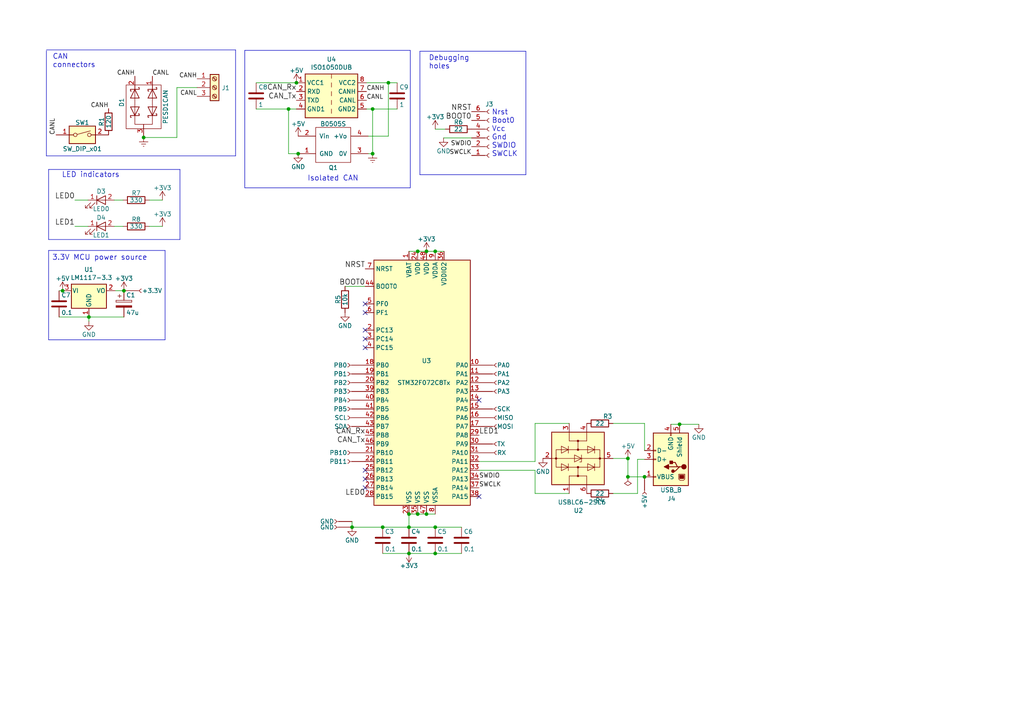
<source format=kicad_sch>
(kicad_sch (version 20250114) (generator "eeschema") (generator_version "9.0")
  (paper "A4")
  (title_block (title "STM32F0x2 based USB<>CAN converter (isolated)") (company "SAO RAS"))
  (lib_symbols
    (symbol "Connector:Conn_01x01_Female" (pin_numbers (hide yes)) (pin_names (offset 1.016) (hide yes))
      (property "Reference" "J" (at 0 2.54 0))
      (property "Value" "Conn_01x01_Female" (at 0 -2.54 0))
      (symbol "Conn_01x01_Female_1_1"
        (polyline (pts (xy -1.27 0) (xy -0.508 0)) (stroke (width 0.1524)))
        (arc (start 0 -0.508) (mid -0.5058 0) (end 0 0.508) (stroke (width 0.1524)))
        (pin passive line (at -5.08 0 0) (length 3.81) (name "Pin_1") (number "1"))
      )
    )
    (symbol "Connector:Conn_01x06_Female" (pin_names (offset 1.016) (hide yes))
      (property "Reference" "J" (at 0 7.62 0))
      (property "Value" "Conn_01x06_Female" (at 0 -10.16 0))
      (symbol "Conn_01x06_Female_1_1"
        (polyline (pts (xy -1.27 5.08) (xy -0.508 5.08)) (stroke (width 0.1524)))
        (polyline (pts (xy -1.27 2.54) (xy -0.508 2.54)) (stroke (width 0.1524)))
        (polyline (pts (xy -1.27 0) (xy -0.508 0)) (stroke (width 0.1524)))
        (polyline (pts (xy -1.27 -2.54) (xy -0.508 -2.54)) (stroke (width 0.1524)))
        (polyline (pts (xy -1.27 -5.08) (xy -0.508 -5.08)) (stroke (width 0.1524)))
        (polyline (pts (xy -1.27 -7.62) (xy -0.508 -7.62)) (stroke (width 0.1524)))
        (arc (start 0 4.572) (mid -0.5058 5.08) (end 0 5.588) (stroke (width 0.1524)))
        (arc (start 0 2.032) (mid -0.5058 2.54) (end 0 3.048) (stroke (width 0.1524)))
        (arc (start 0 -0.508) (mid -0.5058 0) (end 0 0.508) (stroke (width 0.1524)))
        (arc (start 0 -3.048) (mid -0.5058 -2.54) (end 0 -2.032) (stroke (width 0.1524)))
        (arc (start 0 -5.588) (mid -0.5058 -5.08) (end 0 -4.572) (stroke (width 0.1524)))
        (arc (start 0 -8.128) (mid -0.5058 -7.62) (end 0 -7.112) (stroke (width 0.1524)))
        (pin passive line (at -5.08 5.08 0) (length 3.81) (name "Pin_1") (number "1"))
        (pin passive line (at -5.08 2.54 0) (length 3.81) (name "Pin_2") (number "2"))
        (pin passive line (at -5.08 0 0) (length 3.81) (name "Pin_3") (number "3"))
        (pin passive line (at -5.08 -2.54 0) (length 3.81) (name "Pin_4") (number "4"))
        (pin passive line (at -5.08 -5.08 0) (length 3.81) (name "Pin_5") (number "5"))
        (pin passive line (at -5.08 -7.62 0) (length 3.81) (name "Pin_6") (number "6"))
      )
    )
    (symbol "Connector:Screw_Terminal_01x03" (pin_names (offset 1.016) (hide yes))
      (property "Reference" "J" (at 0 5.08 0))
      (property "Value" "Screw_Terminal_01x03" (at 0 -5.08 0))
      (symbol "Screw_Terminal_01x03_1_1"
        (rectangle (start -1.27 3.81) (end 1.27 -3.81) (stroke (width 0.254)) (fill (type background)))
        (polyline (pts (xy -0.5334 2.8702) (xy 0.3302 2.032)) (stroke (width 0.1524)))
        (polyline (pts (xy -0.5334 0.3302) (xy 0.3302 -0.508)) (stroke (width 0.1524)))
        (polyline (pts (xy -0.5334 -2.2098) (xy 0.3302 -3.048)) (stroke (width 0.1524)))
        (polyline (pts (xy -0.3556 3.048) (xy 0.508 2.2098)) (stroke (width 0.1524)))
        (polyline (pts (xy -0.3556 0.508) (xy 0.508 -0.3302)) (stroke (width 0.1524)))
        (polyline (pts (xy -0.3556 -2.032) (xy 0.508 -2.8702)) (stroke (width 0.1524)))
        (circle (center 0 2.54) (radius 0.635) (stroke (width 0.1524)))
        (circle (center 0 0) (radius 0.635) (stroke (width 0.1524)))
        (circle (center 0 -2.54) (radius 0.635) (stroke (width 0.1524)))
        (pin passive line (at -5.08 2.54 0) (length 3.81) (name "Pin_1") (number "1"))
        (pin passive line (at -5.08 0 0) (length 3.81) (name "Pin_2") (number "2"))
        (pin passive line (at -5.08 -2.54 0) (length 3.81) (name "Pin_3") (number "3"))
      )
    )
    (symbol "Connector:USB_B" (pin_names (offset 1.016))
      (property "Reference" "J" (at -5.08 11.43 0))
      (property "Value" "USB_B" (at -5.08 8.89 0))
      (symbol "USB_B_0_1"
        (rectangle (start -5.08 -7.62) (end 5.08 7.62) (stroke (width 0.254)) (fill (type background)))
        (polyline (pts (xy -4.064 4.318) (xy -2.286 4.318) (xy -2.286 5.715) (xy -2.667 6.096) (xy -3.683 6.096) (xy -4.064 5.715) (xy -4.064 4.318)))
        (rectangle (start -3.81 5.588) (end -2.54 4.572) (fill (type outline)))
        (circle (center -3.81 2.159) (radius 0.635) (stroke (width 0.254)) (fill (type outline)))
        (polyline (pts (xy -3.175 2.159) (xy -2.54 2.159) (xy -1.27 3.429) (xy -0.635 3.429)) (stroke (width 0.254)))
        (polyline (pts (xy -2.54 2.159) (xy -1.905 2.159) (xy -1.27 0.889) (xy 0 0.889)) (stroke (width 0.254)))
        (polyline (pts (xy -1.905 2.159) (xy 0.635 2.159)) (stroke (width 0.254)))
        (circle (center -0.635 3.429) (radius 0.381) (stroke (width 0.254)) (fill (type outline)))
        (rectangle (start -0.127 -7.62) (end 0.127 -6.858))
        (rectangle (start 0.254 1.27) (end -0.508 0.508) (stroke (width 0.254)) (fill (type outline)))
        (polyline (pts (xy 0.635 2.794) (xy 0.635 1.524) (xy 1.905 2.159) (xy 0.635 2.794)) (stroke (width 0.254)) (fill (type outline)))
        (rectangle (start 5.08 4.953) (end 4.318 5.207))
        (rectangle (start 5.08 -0.127) (end 4.318 0.127))
        (rectangle (start 5.08 -2.667) (end 4.318 -2.413))
      )
      (symbol "USB_B_1_1"
        (pin passive line (at -2.54 -10.16 90) (length 2.54) (name "Shield") (number "5"))
        (pin power_out line (at 0 -10.16 90) (length 2.54) (name "GND") (number "4"))
        (pin power_out line (at 7.62 5.08 180) (length 2.54) (name "VBUS") (number "1"))
        (pin bidirectional line (at 7.62 0 180) (length 2.54) (name "D+") (number "3"))
        (pin bidirectional line (at 7.62 -2.54 180) (length 2.54) (name "D-") (number "2"))
      )
    )
    (symbol "Interface_CAN_LIN:ISO1050DUB"
      (property "Reference" "U" (at -6.35 6.35 0))
      (property "Value" "ISO1050DUB" (at 2.54 6.35 0))
      (symbol "ISO1050DUB_0_1"
        (rectangle (start -7.62 5.08) (end 7.62 -7.62) (stroke (width 0.254)) (fill (type background)))
        (polyline (pts (xy 0 5.08) (xy 0 3.81)))
        (polyline (pts (xy 0 2.54) (xy 0 1.27)))
        (polyline (pts (xy 0 0) (xy 0 -1.27)))
        (polyline (pts (xy 0 -2.54) (xy 0 -3.81)))
        (polyline (pts (xy 0 -5.08) (xy 0 -6.35)))
      )
      (symbol "ISO1050DUB_1_1"
        (pin power_in line (at -10.16 2.54 0) (length 2.54) (name "VCC1") (number "1"))
        (pin output line (at -10.16 0 0) (length 2.54) (name "RXD") (number "2"))
        (pin input line (at -10.16 -2.54 0) (length 2.54) (name "TXD") (number "3"))
        (pin power_in line (at -10.16 -5.08 0) (length 2.54) (name "GND1") (number "4"))
        (pin power_in line (at 10.16 2.54 180) (length 2.54) (name "VCC2") (number "8"))
        (pin bidirectional line (at 10.16 0 180) (length 2.54) (name "CANH") (number "7"))
        (pin bidirectional line (at 10.16 -2.54 180) (length 2.54) (name "CANL") (number "6"))
        (pin power_in line (at 10.16 -5.08 180) (length 2.54) (name "GND2") (number "5"))
      )
    )
    (symbol "MCU_ST_STM32F0:STM32F072C8Tx"
      (property "Reference" "U" (at -15.24 36.83 0))
      (property "Value" "STM32F072C8Tx" (at 7.62 36.83 0))
      (symbol "STM32F072C8Tx_0_1"
        (rectangle (start -15.24 -35.56) (end 12.7 35.56) (stroke (width 0.254)) (fill (type background)))
      )
      (symbol "STM32F072C8Tx_1_1"
        (pin input line (at -17.78 33.02 0) (length 2.54) (name "NRST") (number "7"))
        (pin input line (at -17.78 27.94 0) (length 2.54) (name "BOOT0") (number "44"))
        (pin input line (at -17.78 22.86 0) (length 2.54) (name "PF0") (number "5"))
        (pin input line (at -17.78 20.32 0) (length 2.54) (name "PF1") (number "6"))
        (pin bidirectional line (at -17.78 15.24 0) (length 2.54) (name "PC13") (number "2"))
        (pin bidirectional line (at -17.78 12.7 0) (length 2.54) (name "PC14") (number "3"))
        (pin bidirectional line (at -17.78 10.16 0) (length 2.54) (name "PC15") (number "4"))
        (pin bidirectional line (at -17.78 5.08 0) (length 2.54) (name "PB0") (number "18"))
        (pin bidirectional line (at -17.78 2.54 0) (length 2.54) (name "PB1") (number "19"))
        (pin bidirectional line (at -17.78 0 0) (length 2.54) (name "PB2") (number "20"))
        (pin bidirectional line (at -17.78 -2.54 0) (length 2.54) (name "PB3") (number "39"))
        (pin bidirectional line (at -17.78 -5.08 0) (length 2.54) (name "PB4") (number "40"))
        (pin bidirectional line (at -17.78 -7.62 0) (length 2.54) (name "PB5") (number "41"))
        (pin bidirectional line (at -17.78 -10.16 0) (length 2.54) (name "PB6") (number "42"))
        (pin bidirectional line (at -17.78 -12.7 0) (length 2.54) (name "PB7") (number "43"))
        (pin bidirectional line (at -17.78 -15.24 0) (length 2.54) (name "PB8") (number "45"))
        (pin bidirectional line (at -17.78 -17.78 0) (length 2.54) (name "PB9") (number "46"))
        (pin bidirectional line (at -17.78 -20.32 0) (length 2.54) (name "PB10") (number "21"))
        (pin bidirectional line (at -17.78 -22.86 0) (length 2.54) (name "PB11") (number "22"))
        (pin bidirectional line (at -17.78 -25.4 0) (length 2.54) (name "PB12") (number "25"))
        (pin bidirectional line (at -17.78 -27.94 0) (length 2.54) (name "PB13") (number "26"))
        (pin bidirectional line (at -17.78 -30.48 0) (length 2.54) (name "PB14") (number "27"))
        (pin bidirectional line (at -17.78 -33.02 0) (length 2.54) (name "PB15") (number "28"))
        (pin power_in line (at -5.08 38.1 270) (length 2.54) (name "VBAT") (number "1"))
        (pin power_in line (at -5.08 -38.1 90) (length 2.54) (name "VSS") (number "23"))
        (pin power_in line (at -2.54 38.1 270) (length 2.54) (name "VDD") (number "24"))
        (pin power_in line (at -2.54 -38.1 90) (length 2.54) (name "VSS") (number "35"))
        (pin power_in line (at 0 38.1 270) (length 2.54) (name "VDD") (number "48"))
        (pin power_in line (at 0 -38.1 90) (length 2.54) (name "VSS") (number "47"))
        (pin power_in line (at 2.54 38.1 270) (length 2.54) (name "VDDA") (number "9"))
        (pin power_in line (at 2.54 -38.1 90) (length 2.54) (name "VSSA") (number "8"))
        (pin power_in line (at 5.08 38.1 270) (length 2.54) (name "VDDIO2") (number "36"))
        (pin bidirectional line (at 15.24 5.08 180) (length 2.54) (name "PA0") (number "10"))
        (pin bidirectional line (at 15.24 2.54 180) (length 2.54) (name "PA1") (number "11"))
        (pin bidirectional line (at 15.24 0 180) (length 2.54) (name "PA2") (number "12"))
        (pin bidirectional line (at 15.24 -2.54 180) (length 2.54) (name "PA3") (number "13"))
        (pin bidirectional line (at 15.24 -5.08 180) (length 2.54) (name "PA4") (number "14"))
        (pin bidirectional line (at 15.24 -7.62 180) (length 2.54) (name "PA5") (number "15"))
        (pin bidirectional line (at 15.24 -10.16 180) (length 2.54) (name "PA6") (number "16"))
        (pin bidirectional line (at 15.24 -12.7 180) (length 2.54) (name "PA7") (number "17"))
        (pin bidirectional line (at 15.24 -15.24 180) (length 2.54) (name "PA8") (number "29"))
        (pin bidirectional line (at 15.24 -17.78 180) (length 2.54) (name "PA9") (number "30"))
        (pin bidirectional line (at 15.24 -20.32 180) (length 2.54) (name "PA10") (number "31"))
        (pin bidirectional line (at 15.24 -22.86 180) (length 2.54) (name "PA11") (number "32"))
        (pin bidirectional line (at 15.24 -25.4 180) (length 2.54) (name "PA12") (number "33"))
        (pin bidirectional line (at 15.24 -27.94 180) (length 2.54) (name "PA13") (number "34"))
        (pin bidirectional line (at 15.24 -30.48 180) (length 2.54) (name "PA14") (number "37"))
        (pin bidirectional line (at 15.24 -33.02 180) (length 2.54) (name "PA15") (number "38"))
      )
    )
    (symbol "Power_Protection:USBLC6-2SC6" (pin_names (hide yes))
      (property "Reference" "U" (at 2.54 8.89 0))
      (property "Value" "USBLC6-2SC6" (at 2.54 -8.89 0))
      (symbol "USBLC6-2SC6_0_1"
        (rectangle (start -7.62 -7.62) (end 7.62 7.62) (stroke (width 0.254)) (fill (type background)))
        (polyline (pts (xy -5.08 2.54) (xy -7.62 2.54)))
        (circle (center -5.08 0) (radius 0.254) (fill (type outline)))
        (polyline (pts (xy -5.08 0) (xy -5.08 -2.54)))
        (polyline (pts (xy -5.08 -2.54) (xy -7.62 -2.54)))
        (polyline (pts (xy -3.556 2.794) (xy -1.524 2.794) (xy -2.54 4.826) (xy -3.556 2.794)))
        (polyline (pts (xy -3.556 -4.826) (xy -1.524 -4.826) (xy -2.54 -2.794) (xy -3.556 -4.826)))
        (rectangle (start -2.54 6.35) (end 2.54 -6.35))
        (circle (center -2.54 0) (radius 0.254) (fill (type outline)))
        (polyline (pts (xy -2.54 0) (xy -5.08 0) (xy -5.08 2.54)))
        (polyline (pts (xy -1.524 4.826) (xy -3.556 4.826)))
        (polyline (pts (xy -1.524 -2.794) (xy -3.556 -2.794)))
        (polyline (pts (xy -1.016 -1.016) (xy 1.016 -1.016) (xy 0 1.016) (xy -1.016 -1.016)))
        (circle (center 0 6.35) (radius 0.254) (fill (type outline)))
        (polyline (pts (xy 0 6.35) (xy 0 7.62)))
        (polyline (pts (xy 0 1.27) (xy 0 6.35)))
        (polyline (pts (xy 0 -6.35) (xy 0 1.27)))
        (circle (center 0 -6.35) (radius 0.254) (fill (type outline)))
        (polyline (pts (xy 0 -7.62) (xy 0 -6.35)))
        (polyline (pts (xy 1.016 1.016) (xy 0.762 1.016) (xy -1.016 1.016) (xy -1.016 0.508)))
        (polyline (pts (xy 1.524 4.826) (xy 3.556 4.826)))
        (polyline (pts (xy 1.524 -2.794) (xy 3.556 -2.794)))
        (polyline (pts (xy 2.54 0) (xy 5.08 0) (xy 5.08 2.54)))
        (circle (center 2.54 0) (radius 0.254) (fill (type outline)))
        (polyline (pts (xy 3.556 2.794) (xy 1.524 2.794) (xy 2.54 4.826) (xy 3.556 2.794)))
        (polyline (pts (xy 3.556 -4.826) (xy 1.524 -4.826) (xy 2.54 -2.794) (xy 3.556 -4.826)))
        (polyline (pts (xy 5.08 2.54) (xy 7.62 2.54)))
        (polyline (pts (xy 5.08 0) (xy 5.08 -2.54)))
        (circle (center 5.08 0) (radius 0.254) (fill (type outline)))
        (polyline (pts (xy 5.08 -2.54) (xy 7.62 -2.54)))
      )
      (symbol "USBLC6-2SC6_1_1"
        (pin passive line (at -10.16 2.54 0) (length 2.54) (name "I/O1") (number "6"))
        (pin passive line (at -10.16 -2.54 0) (length 2.54) (name "I/O1") (number "1"))
        (pin passive line (at 0 10.16 270) (length 2.54) (name "VBUS") (number "5"))
        (pin passive line (at 0 -10.16 90) (length 2.54) (name "GND") (number "2"))
        (pin passive line (at 10.16 2.54 180) (length 2.54) (name "I/O2") (number "4"))
        (pin passive line (at 10.16 -2.54 180) (length 2.54) (name "I/O2") (number "3"))
      )
    )
    (symbol "Regulator_Linear:LM1117-3.3" (pin_names (offset 0.254))
      (property "Reference" "U" (at -3.81 3.175 0))
      (property "Value" "LM1117-3.3" (at 0 3.175 0))
      (symbol "LM1117-3.3_0_1"
        (rectangle (start -5.08 -5.08) (end 5.08 1.905) (stroke (width 0.254)) (fill (type background)))
      )
      (symbol "LM1117-3.3_1_1"
        (pin power_in line (at -7.62 0 0) (length 2.54) (name "VI") (number "3"))
        (pin power_in line (at 0 -7.62 90) (length 2.54) (name "GND") (number "1"))
        (pin power_out line (at 7.62 0 180) (length 2.54) (name "VO") (number "2"))
      )
    )
    (symbol "Switch:SW_DIP_x01" (pin_names (offset 0) (hide yes))
      (property "Reference" "SW" (at 0 3.81 0))
      (property "Value" "SW_DIP_x01" (at 0 -3.81 0))
      (symbol "SW_DIP_x01_0_0"
        (circle (center -2.032 0) (radius 0.508))
        (polyline (pts (xy -1.524 0.127) (xy 2.3622 1.1684)))
        (circle (center 2.032 0) (radius 0.508))
      )
      (symbol "SW_DIP_x01_0_1"
        (rectangle (start -3.81 2.54) (end 3.81 -2.54) (stroke (width 0.254)) (fill (type background)))
      )
      (symbol "SW_DIP_x01_1_1"
        (pin passive line (at -7.62 0 0) (length 5.08) (name "~") (number "1"))
        (pin passive line (at 7.62 0 180) (length 5.08) (name "~") (number "2"))
      )
    )
    (symbol "elements:B0505S" (pin_names (offset 1.016))
      (property "Reference" "Q?" (at 0 6.35 0))
      (property "Value" "B0505S" (at 0 -6.35 0))
      (symbol "B0505S_0_1"
        (rectangle (start -5.08 5.08) (end 5.08 -5.08))
      )
      (symbol "B0505S_1_1"
        (pin power_in line (at -10.16 2.54 0) (length 5.08) (name "Vin") (number "2"))
        (pin power_in line (at -10.16 -2.54 0) (length 5.08) (name "GND") (number "1"))
        (pin power_out line (at 10.16 2.54 180) (length 5.08) (name "+Vo") (number "4"))
        (pin power_out line (at 10.16 -2.54 180) (length 5.08) (name "0V") (number "3"))
      )
    )
    (symbol "elements:PESD1CAN" (pin_names (offset 0.762) (hide yes))
      (property "Reference" "D" (at 0 -8.89 0))
      (property "Value" "PESD1CAN" (at 1.27 3.81 0))
      (symbol "PESD1CAN_0_1"
        (rectangle (start -5.08 2.54) (end 7.62 -7.62))
        (polyline (pts (xy -3.81 1.27) (xy -3.81 -1.27) (xy -3.81 -1.27)) (stroke (width 0.2032)))
        (polyline (pts (xy -3.81 1.27) (xy -4.318 1.27) (xy -4.318 1.016) (xy -4.318 1.016)) (stroke (width 0.2032)))
        (polyline (pts (xy -3.81 -3.81) (xy -3.81 -6.35) (xy -3.81 -6.35)) (stroke (width 0.2032)))
        (polyline (pts (xy -3.81 -3.81) (xy -4.318 -3.81) (xy -4.318 -4.064) (xy -4.318 -4.064)) (stroke (width 0.2032)))
        (polyline (pts (xy -3.556 0) (xy 3.81 0)))
        (polyline (pts (xy -3.556 -5.08) (xy 3.81 -5.08)))
        (polyline (pts (xy -3.302 -1.016) (xy -3.302 -1.27) (xy -3.81 -1.27) (xy -3.81 -1.27) (xy -3.81 -1.27)) (stroke (width 0.2032)))
        (polyline (pts (xy -3.302 -6.096) (xy -3.302 -6.35) (xy -3.81 -6.35) (xy -3.81 -6.35) (xy -3.81 -6.35)) (stroke (width 0.2032)))
        (polyline (pts (xy -1.27 -1.27) (xy -3.81 0) (xy -1.27 1.27) (xy -1.27 -1.27) (xy -1.27 -1.27) (xy -1.27 -1.27)) (stroke (width 0.2032)))
        (polyline (pts (xy -1.27 -6.35) (xy -3.81 -5.08) (xy -1.27 -3.81) (xy -1.27 -6.35) (xy -1.27 -6.35) (xy -1.27 -6.35)) (stroke (width 0.2032)))
        (polyline (pts (xy 1.27 1.27) (xy 3.81 0) (xy 1.27 -1.27) (xy 1.27 1.27) (xy 1.27 1.27) (xy 1.27 1.27)) (stroke (width 0.2032)))
        (polyline (pts (xy 1.27 -3.81) (xy 3.81 -5.08) (xy 1.27 -6.35) (xy 1.27 -3.81) (xy 1.27 -3.81) (xy 1.27 -3.81)) (stroke (width 0.2032)))
        (polyline (pts (xy 3.81 1.27) (xy 3.81 -1.27) (xy 3.81 -1.27)) (stroke (width 0.2032)))
        (polyline (pts (xy 3.81 1.27) (xy 3.302 1.27) (xy 3.302 1.016) (xy 3.302 1.016)) (stroke (width 0.2032)))
        (polyline (pts (xy 3.81 0) (xy 6.35 0) (xy 6.35 -5.08) (xy 3.81 -5.08)))
        (polyline (pts (xy 3.81 -1.27) (xy 4.318 -1.27) (xy 4.318 -1.016) (xy 4.318 -1.016)) (stroke (width 0.2032)))
        (polyline (pts (xy 3.81 -3.81) (xy 3.81 -6.35) (xy 3.81 -6.35)) (stroke (width 0.2032)))
        (polyline (pts (xy 3.81 -3.81) (xy 3.302 -3.81) (xy 3.302 -4.064) (xy 3.302 -4.064)) (stroke (width 0.2032)))
        (polyline (pts (xy 3.81 -6.35) (xy 4.318 -6.35) (xy 4.318 -6.096) (xy 4.318 -6.096)) (stroke (width 0.2032)))
        (pin passive line (at -7.62 0 0) (length 3.81) (name "K") (number "1"))
        (pin passive line (at -7.62 -5.08 0) (length 3.81) (name "K") (number "2"))
        (pin passive line (at 10.16 -2.54 180) (length 3.81) (name "O") (number "3"))
      )
    )
    (symbol "power:Earth" (power) (pin_names (offset 0))
      (symbol "Earth_0_1"
        (polyline (pts (xy -0.635 -1.905) (xy 0.635 -1.905)))
        (polyline (pts (xy -0.127 -2.54) (xy 0.127 -2.54)))
        (polyline (pts (xy 0 -1.27) (xy 0 0)))
        (polyline (pts (xy 1.27 -1.27) (xy -1.27 -1.27)))
      )
      (symbol "Earth_1_1"
        (pin power_in line (at 0 0 270) (length 0) (hide yes) (name "Earth") (number "1"))
      )
    )
    (symbol "stm32-rescue:+3.3V" (power) (pin_names (offset 0))
      (property "Value" "+3.3V" (at 0 3.556 0))
      (symbol "+3.3V_0_1"
        (polyline (pts (xy -0.762 1.27) (xy 0 2.54)))
        (polyline (pts (xy 0 2.54) (xy 0.762 1.27)))
        (polyline (pts (xy 0 0) (xy 0 2.54)))
      )
      (symbol "+3.3V_1_1"
        (pin power_in line (at 0 0 90) (length 0) (hide yes) (name "+3V3") (number "1"))
      )
    )
    (symbol "stm32-rescue:+5V" (power) (pin_names (offset 0))
      (property "Value" "+5V" (at 0 3.556 0))
      (symbol "+5V_0_1"
        (polyline (pts (xy -0.762 1.27) (xy 0 2.54)))
        (polyline (pts (xy 0 2.54) (xy 0.762 1.27)))
        (polyline (pts (xy 0 0) (xy 0 2.54)))
      )
      (symbol "+5V_1_1"
        (pin power_in line (at 0 0 90) (length 0) (hide yes) (name "+5V") (number "1"))
      )
    )
    (symbol "stm32-rescue:C" (pin_numbers (hide yes)) (pin_names (offset 0.254))
      (property "Reference" "C" (at 0.635 2.54 0))
      (property "Value" "C" (at 0.635 -2.54 0))
      (symbol "C_0_1"
        (polyline (pts (xy -2.032 0.762) (xy 2.032 0.762)) (stroke (width 0.508)))
        (polyline (pts (xy -2.032 -0.762) (xy 2.032 -0.762)) (stroke (width 0.508)))
      )
      (symbol "C_1_1"
        (pin passive line (at 0 3.81 270) (length 2.794) (name "~") (number "1"))
        (pin passive line (at 0 -3.81 90) (length 2.794) (name "~") (number "2"))
      )
    )
    (symbol "stm32-rescue:CONN_01X01" (pin_names (offset 1.016) (hide yes))
      (property "Reference" "J" (at 0 2.54 0))
      (property "Value" "CONN_01X01" (at 2.54 0 90))
      (symbol "CONN_01X01_0_1"
        (rectangle (start -1.27 1.27) (end 1.27 -1.27))
        (rectangle (start -1.27 0.127) (end 0.254 -0.127))
      )
      (symbol "CONN_01X01_1_1"
        (pin passive line (at -5.08 0 0) (length 3.81) (name "P1") (number "1"))
      )
    )
    (symbol "stm32-rescue:CP" (pin_numbers (hide yes)) (pin_names (offset 0.254))
      (property "Reference" "C" (at 0.635 2.54 0))
      (property "Value" "CP" (at 0.635 -2.54 0))
      (symbol "CP_0_1"
        (rectangle (start -2.286 0.508) (end -2.286 1.016))
        (rectangle (start -2.286 0.508) (end 2.286 0.508))
        (polyline (pts (xy -1.778 2.286) (xy -0.762 2.286)))
        (polyline (pts (xy -1.27 2.794) (xy -1.27 1.778)))
        (rectangle (start 2.286 1.016) (end -2.286 1.016))
        (rectangle (start 2.286 1.016) (end 2.286 0.508))
        (rectangle (start 2.286 -0.508) (end -2.286 -1.016) (fill (type outline)))
      )
      (symbol "CP_1_1"
        (pin passive line (at 0 3.81 270) (length 2.794) (name "~") (number "1"))
        (pin passive line (at 0 -3.81 90) (length 2.794) (name "~") (number "2"))
      )
    )
    (symbol "stm32-rescue:GND" (power) (pin_names (offset 0))
      (property "Value" "GND" (at 0 -3.81 0))
      (symbol "GND_0_1"
        (polyline (pts (xy 0 0) (xy 0 -1.27) (xy 1.27 -1.27) (xy 0 -2.54) (xy -1.27 -1.27) (xy 0 -1.27)))
      )
      (symbol "GND_1_1"
        (pin power_in line (at 0 0 270) (length 0) (hide yes) (name "GND") (number "1"))
      )
    )
    (symbol "stm32-rescue:LED-RESCUE-stm32" (pin_names (offset 1.016) (hide yes))
      (property "Reference" "D" (at 0 2.54 0))
      (property "Value" "LED-RESCUE-stm32" (at 0 -2.54 0))
      (symbol "LED-RESCUE-stm32_0_1"
        (polyline (pts (xy -3.048 -0.762) (xy -4.572 -2.286) (xy -3.81 -2.286) (xy -4.572 -2.286) (xy -4.572 -1.524)))
        (polyline (pts (xy -1.778 -0.762) (xy -3.302 -2.286) (xy -2.54 -2.286) (xy -3.302 -2.286) (xy -3.302 -1.524)))
        (polyline (pts (xy -1.27 0) (xy 1.27 0)))
        (polyline (pts (xy -1.27 -1.27) (xy -1.27 1.27)) (stroke (width 0.2032)))
        (polyline (pts (xy 1.27 -1.27) (xy 1.27 1.27) (xy -1.27 0) (xy 1.27 -1.27)) (stroke (width 0.2032)))
      )
      (symbol "LED-RESCUE-stm32_1_1"
        (pin passive line (at -3.81 0 0) (length 2.54) (name "K") (number "1"))
        (pin passive line (at 3.81 0 180) (length 2.54) (name "A") (number "2"))
      )
    )
    (symbol "stm32-rescue:PWR_FLAG" (power) (pin_numbers (hide yes)) (pin_names (offset 0) (hide yes))
      (property "Value" "PWR_FLAG" (at 0 3.81 0))
      (symbol "PWR_FLAG_0_0"
        (pin power_out line (at 0 0 90) (length 0) (name "pwr") (number "1"))
      )
      (symbol "PWR_FLAG_0_1"
        (polyline (pts (xy 0 0) (xy 0 1.27) (xy -1.016 1.905) (xy 0 2.54) (xy 1.016 1.905) (xy 0 1.27)))
      )
    )
    (symbol "stm32-rescue:R" (pin_numbers (hide yes)) (pin_names (offset 0))
      (property "Reference" "R" (at 2.032 0 90))
      (property "Value" "R" (at 0 0 90))
      (symbol "R_0_1"
        (rectangle (start -1.016 -2.54) (end 1.016 2.54) (stroke (width 0.254)))
      )
      (symbol "R_1_1"
        (pin passive line (at 0 3.81 270) (length 1.27) (name "~") (number "1"))
        (pin passive line (at 0 -3.81 90) (length 1.27) (name "~") (number "2"))
      )
    )
  )
  (text "LED indicators" (at 17.907 51.689 0) (effects (font (size 1.524 1.524)) (justify left bottom)))
  (text "Isolated CAN" (at 104.013 52.705 0) (effects (font (size 1.524 1.524)) (justify right bottom)))
  (text "Debugging\nholes" (at 124.333 20.193 0) (effects (font (size 1.4986 1.4986)) (justify left bottom)))
  (text "3.3V MCU power source" (at 15.113 75.692 0) (effects (font (size 1.524 1.524)) (justify left bottom)))
  (text "Nrst\nBoot0\nVcc\nGnd\nSWDIO\nSWCLK" (at 142.621 45.593 0) (effects (font (size 1.4986 1.4986)) (justify left bottom)))
  (text "CAN\nconnectors" (at 15.24 19.812 0) (effects (font (size 1.4986 1.4986)) (justify left bottom)))
  (junction (at 85.979 24.003))
  (junction (at 83.693 31.623))
  (junction (at 126.238 72.898))
  (junction (at 126.238 160.528))
  (junction (at 118.618 160.528))
  (junction (at 182.118 132.969))
  (junction (at 121.158 149.098))
  (junction (at 121.158 72.898))
  (junction (at 186.944 138.303))
  (junction (at 35.941 84.328))
  (junction (at 41.656 39.878))
  (junction (at 108.077 31.623))
  (junction (at 126.238 152.908))
  (junction (at 108.077 44.577))
  (junction (at 123.698 72.898))
  (junction (at 118.618 152.908))
  (junction (at 112.649 24.003))
  (junction (at 18.161 84.328))
  (junction (at 182.118 138.303))
  (junction (at 118.618 149.098))
  (junction (at 102.108 152.908))
  (junction (at 86.487 44.577))
  (junction (at 110.998 152.908))
  (junction (at 123.698 149.098))
  (junction (at 25.781 91.948))
  (junction (at 197.104 123.063))
  (no_connect (at 105.918 138.938))
  (no_connect (at 105.918 136.398))
  (no_connect (at 105.918 98.298))
  (no_connect (at 138.938 144.018))
  (no_connect (at 105.918 100.838))
  (no_connect (at 323.85 199.898))
  (no_connect (at 323.85 180.848))
  (no_connect (at 105.918 95.758))
  (no_connect (at 105.918 88.138))
  (no_connect (at 105.918 141.478))
  (no_connect (at 323.85 187.198))
  (no_connect (at 138.938 116.078))
  (no_connect (at 105.918 90.678))
  (no_connect (at 323.85 193.548))
  (wire (pts (xy 21.717 58.039) (xy 25.527 58.039)))
  (wire (pts (xy 110.998 152.908) (xy 118.618 152.908)))
  (wire (pts (xy 177.8 122.809) (xy 186.944 122.809)))
  (wire (pts (xy 155.194 122.809) (xy 155.194 133.858)))
  (wire (pts (xy 121.158 72.898) (xy 123.698 72.898)))
  (wire (pts (xy 108.077 44.577) (xy 106.807 44.577)))
  (wire (pts (xy 128.651 40.005) (xy 136.779 40.005)))
  (wire (pts (xy 112.649 24.003) (xy 115.189 24.003)))
  (wire (pts (xy 126.238 37.465) (xy 129.159 37.465)))
  (wire (pts (xy 17.145 91.948) (xy 25.781 91.948)))
  (wire (pts (xy 197.104 123.063) (xy 202.692 123.063)))
  (wire (pts (xy 106.299 31.623) (xy 108.077 31.623)))
  (polyline (pts (xy 47.879 98.552) (xy 47.879 72.644)))
  (polyline (pts (xy 13.462 14.732) (xy 13.462 45.212)))
  (polyline (pts (xy 152.527 50.673) (xy 152.527 14.859)))
  (polyline (pts (xy 70.993 14.605) (xy 118.999 14.605)))
  (wire (pts (xy 51.308 25.4) (xy 51.308 39.878)))
  (wire (pts (xy 74.295 31.623) (xy 83.693 31.623)))
  (wire (pts (xy 123.698 72.898) (xy 126.238 72.898)))
  (wire (pts (xy 43.307 65.659) (xy 47.117 65.659)))
  (wire (pts (xy 25.781 91.948) (xy 35.941 91.948)))
  (wire (pts (xy 33.147 65.659) (xy 35.687 65.659)))
  (wire (pts (xy 83.693 31.623) (xy 85.979 31.623)))
  (wire (pts (xy 115.189 31.623) (xy 108.077 31.623)))
  (polyline (pts (xy 152.527 14.859) (xy 121.793 14.859)))
  (wire (pts (xy 118.618 149.098) (xy 121.158 149.098)))
  (wire (pts (xy 121.158 149.098) (xy 123.698 149.098)))
  (wire (pts (xy 123.698 149.098) (xy 126.238 149.098)))
  (wire (pts (xy 106.299 24.003) (xy 112.649 24.003)))
  (wire (pts (xy 126.238 152.908) (xy 133.858 152.908)))
  (wire (pts (xy 194.564 123.063) (xy 197.104 123.063)))
  (wire (pts (xy 177.8 143.129) (xy 184.912 143.129)))
  (wire (pts (xy 155.194 143.129) (xy 165.1 143.129)))
  (polyline (pts (xy 14.097 69.469) (xy 52.197 69.469)))
  (polyline (pts (xy 68.326 14.478) (xy 13.462 14.478)))
  (wire (pts (xy 184.912 133.223) (xy 184.912 143.129)))
  (wire (pts (xy 25.781 93.218) (xy 25.781 91.948)))
  (polyline (pts (xy 14.097 72.644) (xy 14.097 98.552)))
  (wire (pts (xy 43.307 58.039) (xy 47.117 58.039)))
  (wire (pts (xy 106.807 39.497) (xy 112.649 39.497)))
  (polyline (pts (xy 118.999 14.605) (xy 118.999 54.483)))
  (wire (pts (xy 110.998 160.528) (xy 118.618 160.528)))
  (polyline (pts (xy 52.197 69.469) (xy 52.197 49.149)))
  (polyline (pts (xy 13.462 45.212) (xy 68.326 45.212)))
  (wire (pts (xy 118.618 72.898) (xy 121.158 72.898)))
  (wire (pts (xy 21.717 65.659) (xy 25.527 65.659)))
  (wire (pts (xy 18.161 84.328) (xy 17.145 84.328)))
  (polyline (pts (xy 14.097 49.149) (xy 14.097 69.469)))
  (polyline (pts (xy 121.793 14.859) (xy 121.793 50.673)))
  (wire (pts (xy 57.15 25.4) (xy 51.308 25.4)))
  (wire (pts (xy 155.194 136.398) (xy 155.194 143.129)))
  (wire (pts (xy 112.649 39.497) (xy 112.649 24.003)))
  (wire (pts (xy 102.108 151.257) (xy 102.108 152.908)))
  (wire (pts (xy 41.656 39.878) (xy 51.308 39.878)))
  (wire (pts (xy 108.077 31.623) (xy 108.077 44.577)))
  (wire (pts (xy 83.693 44.577) (xy 83.693 31.623)))
  (wire (pts (xy 165.1 122.809) (xy 155.194 122.809)))
  (wire (pts (xy 100.076 83.058) (xy 105.918 83.058)))
  (wire (pts (xy 186.944 138.303) (xy 182.118 138.303)))
  (wire (pts (xy 118.618 152.908) (xy 118.618 149.098)))
  (wire (pts (xy 33.147 58.039) (xy 35.687 58.039)))
  (wire (pts (xy 33.401 84.328) (xy 35.941 84.328)))
  (polyline (pts (xy 121.793 50.673) (xy 152.527 50.673)))
  (polyline (pts (xy 68.326 45.212) (xy 68.326 14.478)))
  (wire (pts (xy 86.487 44.577) (xy 83.693 44.577)))
  (polyline (pts (xy 70.993 54.483) (xy 70.993 14.605)))
  (wire (pts (xy 184.912 133.223) (xy 186.944 133.223)))
  (wire (pts (xy 182.118 132.969) (xy 177.8 132.969)))
  (wire (pts (xy 138.938 133.858) (xy 155.194 133.858)))
  (wire (pts (xy 118.618 160.528) (xy 126.238 160.528)))
  (wire (pts (xy 102.108 152.908) (xy 110.998 152.908)))
  (wire (pts (xy 138.938 136.398) (xy 155.194 136.398)))
  (wire (pts (xy 118.618 152.908) (xy 126.238 152.908)))
  (wire (pts (xy 74.295 24.003) (xy 85.979 24.003)))
  (wire (pts (xy 126.238 72.898) (xy 128.778 72.898)))
  (wire (pts (xy 133.858 160.528) (xy 126.238 160.528)))
  (polyline (pts (xy 14.097 98.552) (xy 47.879 98.552)))
  (polyline (pts (xy 118.999 54.483) (xy 70.993 54.483)))
  (wire (pts (xy 186.944 122.809) (xy 186.944 130.683)))
  (polyline (pts (xy 52.197 49.149) (xy 14.097 49.149)))
  (polyline (pts (xy 47.879 72.644) (xy 14.097 72.644)))
  (wire (pts (xy 182.118 132.969) (xy 182.118 138.303)))
  (label "CANH" (at 106.299 26.543 0))
  (label "CAN_Tx" (at 105.918 128.778 180) (effects (font (size 1.524 1.524))))
  (label "CANL" (at 16.256 39.116 90))
  (label "CANH" (at 57.15 22.86 180))
  (label "CANL" (at 57.15 27.94 180))
  (label "NRST" (at 136.779 32.385 180) (effects (font (size 1.524 1.524))))
  (label "LED0" (at 105.918 144.018 180) (effects (font (size 1.524 1.524))))
  (label "LED1" (at 21.717 65.659 180) (effects (font (size 1.524 1.524))))
  (label "CANL" (at 106.299 29.083 0))
  (label "SWDIO" (at 138.938 138.938 0))
  (label "CAN_Rx" (at 105.918 126.238 180) (effects (font (size 1.524 1.524))))
  (label "CAN_Tx" (at 85.979 29.083 180) (effects (font (size 1.524 1.524))))
  (label "CANL" (at 44.196 22.098 0))
  (label "SWDIO" (at 136.779 42.545 180))
  (label "CANH" (at 39.116 22.098 180))
  (label "LED1" (at 138.938 126.238 0) (effects (font (size 1.524 1.524))))
  (label "BOOT0" (at 136.779 34.925 180) (effects (font (size 1.524 1.524))))
  (label "SWCLK" (at 136.779 45.085 180))
  (label "BOOT0" (at 105.918 83.058 180) (effects (font (size 1.524 1.524))))
  (label "CANH" (at 31.496 31.496 180))
  (label "SWCLK" (at 138.938 141.478 0))
  (label "CAN_Rx" (at 85.979 26.543 180) (effects (font (size 1.524 1.524))))
  (label "NRST" (at 105.918 77.978 180) (effects (font (size 1.524 1.524))))
  (label "LED0" (at 21.717 58.039 180) (effects (font (size 1.524 1.524))))
  (symbol (lib_id "stm32-rescue:C") (at 110.998 156.718 0) (unit 1)
    (property "Reference" "C3" (at 111.633 154.178 0) (effects (justify left)))
    (property "Value" "0.1" (at 111.633 159.258 0) (effects (justify left)))
    (property "Footprint" "Capacitor_SMD:C_0603_1608Metric_Pad1.05x0.95mm_HandSolder" (effects (hide yes)))
  )
  (symbol (lib_id "stm32-rescue:+5V") (at 18.161 84.328 0) (unit 1)
    (property "Reference" "#PWR01" (effects (hide yes)))
    (property "Value" "+5V" (at 18.161 80.772 0))
  )
  (symbol (lib_id "stm32-rescue:GND") (at 25.781 93.218 0) (unit 1)
    (property "Reference" "#PWR02" (effects (hide yes)))
    (property "Value" "GND" (at 25.781 97.028 0))
  )
  (symbol (lib_id "stm32-rescue:CP") (at 35.941 88.138 0) (unit 1)
    (property "Reference" "C1" (at 36.576 85.598 0) (effects (justify left)))
    (property "Value" "47u" (at 36.576 90.678 0) (effects (justify left)))
    (property "Footprint" "Capacitor_Tantalum_SMD:CP_EIA-3216-18_Kemet-A_Pad1.58x1.35mm_HandSolder" (effects (hide yes)))
  )
  (symbol (lib_id "stm32-rescue:+3.3V") (at 35.941 84.328 0) (unit 1)
    (property "Reference" "#PWR04" (effects (hide yes)))
    (property "Value" "+3V3" (at 35.941 80.772 0))
  )
  (symbol (lib_id "elements:PESD1CAN") (at 44.196 29.718 270) (unit 1)
    (property "Reference" "D1" (at 35.306 29.718 0))
    (property "Value" "PESD1CAN" (at 48.006 30.988 0))
    (property "Footprint" "TO_SOT_Packages_SMD:SOT-23" (effects (hide yes)))
  )
  (symbol (lib_id "stm32-rescue:R") (at 31.496 35.306 180) (unit 1)
    (property "Reference" "R1" (at 29.464 35.306 90))
    (property "Value" "120" (at 31.496 35.306 90))
    (property "Footprint" "Resistor_SMD:R_1210_3225Metric_Pad1.42x2.65mm_HandSolder" (effects (hide yes)))
  )
  (symbol (lib_id "stm32-rescue:LED-RESCUE-stm32") (at 29.337 58.039 0) (unit 1)
    (property "Reference" "D3" (at 29.337 55.499 0))
    (property "Value" "LED0" (at 29.337 60.579 0))
    (property "Footprint" "LED_SMD:LED_0805_2012Metric_Pad1.15x1.40mm_HandSolder" (effects (hide yes)))
  )
  (symbol (lib_id "stm32-rescue:R") (at 39.497 58.039 90) (unit 1)
    (property "Reference" "R7" (at 39.497 56.007 90))
    (property "Value" "330" (at 39.497 58.039 90))
    (property "Footprint" "Resistor_SMD:R_0603_1608Metric_Pad1.05x0.95mm_HandSolder" (effects (hide yes)))
  )
  (symbol (lib_id "stm32-rescue:+3.3V") (at 47.117 58.039 0) (unit 1)
    (property "Reference" "#PWR019" (effects (hide yes)))
    (property "Value" "+3V3" (at 47.117 54.483 0))
  )
  (symbol (lib_id "stm32-rescue:C") (at 118.618 156.718 0) (unit 1)
    (property "Reference" "C4" (at 119.253 154.178 0) (effects (justify left)))
    (property "Value" "0.1" (at 119.253 159.258 0) (effects (justify left)))
    (property "Footprint" "Capacitor_SMD:C_0603_1608Metric_Pad1.05x0.95mm_HandSolder" (effects (hide yes)))
  )
  (symbol (lib_id "stm32-rescue:C") (at 126.238 156.718 0) (unit 1)
    (property "Reference" "C5" (at 126.873 154.178 0) (effects (justify left)))
    (property "Value" "0.1" (at 126.873 159.258 0) (effects (justify left)))
    (property "Footprint" "Capacitor_SMD:C_0603_1608Metric_Pad1.05x0.95mm_HandSolder" (effects (hide yes)))
  )
  (symbol (lib_id "stm32-rescue:LED-RESCUE-stm32") (at 29.337 65.659 0) (unit 1)
    (property "Reference" "D4" (at 29.337 63.119 0))
    (property "Value" "LED1" (at 29.337 68.199 0))
    (property "Footprint" "LED_SMD:LED_0805_2012Metric_Pad1.15x1.40mm_HandSolder" (effects (hide yes)))
  )
  (symbol (lib_id "stm32-rescue:R") (at 39.497 65.659 90) (unit 1)
    (property "Reference" "R8" (at 39.497 63.627 90))
    (property "Value" "330" (at 39.497 65.659 90))
    (property "Footprint" "Resistor_SMD:R_0603_1608Metric_Pad1.05x0.95mm_HandSolder" (effects (hide yes)))
  )
  (symbol (lib_id "stm32-rescue:+3.3V") (at 47.117 65.659 0) (unit 1)
    (property "Reference" "#PWR020" (effects (hide yes)))
    (property "Value" "+3V3" (at 47.117 62.103 0))
  )
  (symbol (lib_id "stm32-rescue:+3.3V") (at 118.618 160.528 180) (unit 1)
    (property "Reference" "#PWR09" (effects (hide yes)))
    (property "Value" "+3V3" (at 118.618 164.084 0))
  )
  (symbol (lib_id "stm32-rescue:GND") (at 102.108 152.908 0) (unit 1)
    (property "Reference" "#PWR08" (effects (hide yes)))
    (property "Value" "GND" (at 102.108 156.718 0))
  )
  (symbol (lib_id "stm32-rescue:GND") (at 157.48 132.969 0) (unit 1)
    (property "Reference" "#PWR014" (effects (hide yes)))
    (property "Value" "GND" (at 157.48 136.779 0))
  )
  (symbol (lib_id "stm32-rescue:C") (at 133.858 156.718 0) (unit 1)
    (property "Reference" "C6" (at 134.493 154.178 0) (effects (justify left)))
    (property "Value" "0.1" (at 134.493 159.258 0) (effects (justify left)))
    (property "Footprint" "Capacitor_SMD:C_0603_1608Metric_Pad1.05x0.95mm_HandSolder" (effects (hide yes)))
  )
  (symbol (lib_id "stm32-rescue:PWR_FLAG") (at 182.118 138.303 180) (unit 1)
    (property "Reference" "#FLG01" (effects (hide yes)))
    (property "Value" "PWR_FLAG" (effects (hide yes)))
  )
  (symbol (lib_id "stm32-rescue:R") (at 100.076 86.868 180) (unit 1)
    (property "Reference" "R5" (at 98.044 86.868 90))
    (property "Value" "10k" (at 100.076 86.868 90))
    (property "Footprint" "Resistor_SMD:R_0603_1608Metric_Pad1.05x0.95mm_HandSolder" (effects (hide yes)))
  )
  (symbol (lib_id "stm32-rescue:CONN_01X01") (at 328.93 180.848 0) (unit 1)
    (property "Reference" "P1" (at 328.93 178.308 0))
    (property "Value" "Hole" (at 331.47 180.848 90))
    (property "Footprint" "my_footprints:Hole_3mm" (effects (hide yes)))
  )
  (symbol (lib_id "stm32-rescue:CONN_01X01") (at 328.93 187.198 0) (unit 1)
    (property "Reference" "P2" (at 328.93 184.658 0))
    (property "Value" "Hole" (at 331.47 187.198 90))
    (property "Footprint" "my_footprints:Hole_3mm" (effects (hide yes)))
  )
  (symbol (lib_id "stm32-rescue:CONN_01X01") (at 328.93 193.548 0) (unit 1)
    (property "Reference" "P3" (at 328.93 191.008 0))
    (property "Value" "Hole" (at 331.47 193.548 90))
    (property "Footprint" "my_footprints:Hole_3mm" (effects (hide yes)))
  )
  (symbol (lib_id "stm32-rescue:CONN_01X01") (at 328.93 199.898 0) (unit 1)
    (property "Reference" "P4" (at 328.93 197.358 0))
    (property "Value" "Hole" (at 331.47 199.898 90))
    (property "Footprint" "my_footprints:Hole_3mm" (effects (hide yes)))
  )
  (symbol (lib_id "stm32-rescue:R") (at 173.99 122.809 270) (unit 1)
    (property "Reference" "R3" (at 176.276 120.777 90))
    (property "Value" "22" (at 173.99 122.809 90))
    (property "Footprint" "Resistor_SMD:R_0603_1608Metric_Pad1.05x0.95mm_HandSolder" (effects (hide yes)))
  )
  (symbol (lib_id "stm32-rescue:R") (at 173.99 143.129 270) (unit 1)
    (property "Reference" "R4" (at 173.99 145.161 90))
    (property "Value" "22" (at 173.99 143.129 90))
    (property "Footprint" "Resistor_SMD:R_0603_1608Metric_Pad1.05x0.95mm_HandSolder" (effects (hide yes)))
  )
  (symbol (lib_id "Interface_CAN_LIN:ISO1050DUB") (at 96.139 26.543 0) (unit 1)
    (property "Reference" "U4" (at 96.139 17.2212 0))
    (property "Value" "ISO1050DUB" (at 96.139 19.5326 0))
    (property "Footprint" "Package_SO:SOP-8_6.62x9.15mm_P2.54mm" (effects (hide yes)))
    (property "Datasheet" "http://www.ti.com/lit/ds/symlink/iso1050.pdf" (effects (hide yes)))
  )
  (symbol (lib_id "elements:B0505S") (at 96.647 42.037 0) (unit 1)
    (property "Reference" "Q1" (at 96.647 48.641 0))
    (property "Value" "B0505S" (at 96.647 35.941 0))
    (property "Footprint" "my_footprints:B0x0xS" (effects (hide yes)))
  )
  (symbol (lib_id "Connector:USB_B") (at 194.564 133.223 180) (unit 1)
    (property "Reference" "J4" (at 193.548 144.653 0) (effects (justify right)))
    (property "Value" "USB_B" (at 191.516 142.113 0) (effects (justify right)))
    (property "Footprint" "Connector_USB:USB_B_Lumberg_2411_02_Horizontal" (effects (hide yes)))
    (property "Datasheet" " ~" (effects (hide yes)))
  )
  (symbol (lib_id "stm32-rescue:GND") (at 202.692 123.063 0) (unit 1)
    (property "Reference" "#PWR018" (effects (hide yes)))
    (property "Value" "GND" (at 202.692 126.873 0))
  )
  (symbol (lib_id "MCU_ST_STM32F0:STM32F072C8Tx") (at 123.698 110.998 0) (unit 1)
    (property "Reference" "U3" (at 123.698 104.648 0))
    (property "Value" "STM32F072C8Tx" (at 122.936 110.998 0))
    (property "Footprint" "Package_QFP:LQFP-48_7x7mm_P0.5mm" (effects (hide yes)))
    (property "Datasheet" "http://www.st.com/st-web-ui/static/active/en/resource/technical/document/datasheet/DM00090510.pdf" (effects (hide yes)))
  )
  (symbol (lib_id "stm32-rescue:+3.3V") (at 123.698 72.898 0) (unit 1)
    (property "Reference" "#PWR010" (effects (hide yes)))
    (property "Value" "+3V3" (at 123.698 69.342 0))
  )
  (symbol (lib_id "Connector:Screw_Terminal_01x03") (at 62.23 25.4 0) (unit 1)
    (property "Reference" "J1" (at 64.262 25.5016 0) (effects (justify left)))
    (property "Value" "Screw_Terminal_01x03" (effects (hide yes)))
    (property "Footprint" "TerminalBlock_Phoenix:TerminalBlock_Phoenix_MKDS-1,5-3_1x03_P5.00mm_Horizontal" (effects (hide yes)))
  )
  (symbol (lib_id "Connector:Conn_01x06_Female") (at 141.859 40.005 0) (mirror x) (unit 1)
    (property "Reference" "J3" (at 140.716 30.226 0) (effects (justify left)))
    (property "Value" "SWDetc" (effects (hide yes)))
    (property "Footprint" "Connector_PinHeader_1.27mm:PinHeader_1x06_P1.27mm_Vertical" (effects (hide yes)))
  )
  (symbol (lib_id "stm32-rescue:GND") (at 128.651 40.005 0) (unit 1)
    (property "Reference" "#PWR015" (effects (hide yes)))
    (property "Value" "GND" (at 128.651 43.815 0))
  )
  (symbol (lib_id "stm32-rescue:R") (at 132.969 37.465 90) (unit 1)
    (property "Reference" "R6" (at 132.969 35.433 90))
    (property "Value" "22" (at 132.969 37.465 90))
    (property "Footprint" "Resistor_SMD:R_0603_1608Metric_Pad1.05x0.95mm_HandSolder" (effects (hide yes)))
  )
  (symbol (lib_id "stm32-rescue:+3.3V") (at 126.238 37.465 0) (unit 1)
    (property "Reference" "#PWR016" (effects (hide yes)))
    (property "Value" "+3V3" (at 126.238 33.909 0))
  )
  (symbol (lib_id "Switch:SW_DIP_x01") (at 23.876 39.116 0) (unit 1)
    (property "Reference" "SW1" (at 23.876 35.56 0))
    (property "Value" "SW_DIP_x01" (at 23.876 43.18 0))
    (property "Footprint" "Button_Switch_THT:SW_DIP_SPSTx01_Slide_6.7x4.1mm_W7.62mm_P2.54mm_LowProfile" (effects (hide yes)))
  )
  (symbol (lib_id "stm32-rescue:+5V") (at 86.487 39.497 0) (unit 1)
    (property "Reference" "#PWR012" (effects (hide yes)))
    (property "Value" "+5V" (at 86.487 35.941 0))
  )
  (symbol (lib_id "stm32-rescue:+5V") (at 85.979 24.003 0) (unit 1)
    (property "Reference" "#PWR011" (effects (hide yes)))
    (property "Value" "+5V" (at 85.979 20.447 0))
  )
  (symbol (lib_id "Regulator_Linear:LM1117-3.3") (at 25.781 84.328 0) (unit 1)
    (property "Reference" "U1" (at 25.781 78.1812 0))
    (property "Value" "LM1117-3.3" (at 26.543 80.518 0))
    (property "Footprint" "TO_SOT_Packages_SMD:SOT-223-3_TabPin2" (effects (hide yes)))
    (property "Datasheet" "http://www.ti.com/lit/ds/symlink/lm1117.pdf" (effects (hide yes)))
  )
  (symbol (lib_id "stm32-rescue:C") (at 17.145 88.138 0) (unit 1)
    (property "Reference" "C7" (at 17.78 85.598 0) (effects (justify left)))
    (property "Value" "0.1" (at 17.78 90.678 0) (effects (justify left)))
    (property "Footprint" "Capacitor_SMD:C_0603_1608Metric_Pad1.05x0.95mm_HandSolder" (effects (hide yes)))
  )
  (symbol (lib_id "stm32-rescue:C") (at 115.189 27.813 0) (unit 1)
    (property "Reference" "C9" (at 115.824 25.273 0) (effects (justify left)))
    (property "Value" "1" (at 115.824 30.353 0) (effects (justify left)))
    (property "Footprint" "Capacitor_SMD:C_0805_2012Metric_Pad1.15x1.40mm_HandSolder" (effects (hide yes)))
  )
  (symbol (lib_id "stm32-rescue:C") (at 74.295 27.813 0) (unit 1)
    (property "Reference" "C8" (at 74.93 25.273 0) (effects (justify left)))
    (property "Value" "1" (at 74.93 30.353 0) (effects (justify left)))
    (property "Footprint" "Capacitor_SMD:C_0805_2012Metric_Pad1.15x1.40mm_HandSolder" (effects (hide yes)))
  )
  (symbol (lib_id "power:Earth") (at 41.656 39.878 0) (unit 1)
    (property "Reference" "#PWR0107" (effects (hide yes)))
    (property "Value" "Earth" (effects (hide yes)))
  )
  (symbol (lib_id "power:Earth") (at 108.077 44.577 0) (unit 1)
    (property "Reference" "#PWR0104" (effects (hide yes)))
    (property "Value" "Earth" (effects (hide yes)))
  )
  (symbol (lib_id "stm32-rescue:GND") (at 86.487 44.577 0) (unit 1)
    (property "Reference" "#PWR0106" (effects (hide yes)))
    (property "Value" "GND" (at 86.487 48.387 0))
  )
  (symbol (lib_id "Connector:Conn_01x01_Female") (at 100.838 113.538 180) (unit 1)
    (property "Reference" "J16" (effects (hide yes)))
    (property "Value" "PB3" (at 100.711 113.538 0) (effects (justify left)))
    (property "Footprint" "TestPoint:TestPoint_THTPad_1.5x1.5mm_Drill0.7mm" (effects (hide yes)))
  )
  (symbol (lib_id "Power_Protection:USBLC6-2SC6") (at 167.64 132.969 270) (mirror x) (unit 1)
    (property "Reference" "U2" (at 167.767 148.082 90))
    (property "Value" "USBLC6-2SC6" (at 168.783 145.669 90))
    (property "Footprint" "Package_TO_SOT_SMD:SOT-23-6_Handsoldering" (effects (hide yes)))
    (property "Datasheet" "https://www.st.com/resource/en/datasheet/usblc6-2.pdf" (effects (hide yes)))
  )
  (symbol (lib_id "Connector:Conn_01x01_Female") (at 144.018 105.918 0) (unit 1)
    (property "Reference" "J21" (effects (hide yes)))
    (property "Value" "PA0" (at 144.145 105.918 0) (effects (justify left)))
    (property "Footprint" "TestPoint:TestPoint_THTPad_1.0x1.0mm_Drill0.5mm" (effects (hide yes)))
  )
  (symbol (lib_id "Connector:Conn_01x01_Female") (at 100.838 108.458 180) (unit 1)
    (property "Reference" "J12" (effects (hide yes)))
    (property "Value" "PB1" (at 100.711 108.458 0) (effects (justify left)))
    (property "Footprint" "TestPoint:TestPoint_THTPad_1.5x1.5mm_Drill0.7mm" (effects (hide yes)))
  )
  (symbol (lib_id "Connector:Conn_01x01_Female") (at 100.838 133.858 180) (unit 1)
    (property "Reference" "J26" (effects (hide yes)))
    (property "Value" "PB11" (at 100.711 133.858 0) (effects (justify left)))
    (property "Footprint" "TestPoint:TestPoint_THTPad_1.5x1.5mm_Drill0.7mm" (effects (hide yes)))
  )
  (symbol (lib_id "Connector:Conn_01x01_Female") (at 144.018 131.318 0) (unit 1)
    (property "Reference" "J8" (effects (hide yes)))
    (property "Value" "RX" (at 144.145 131.318 0) (effects (justify left)))
    (property "Footprint" "TestPoint:TestPoint_THTPad_1.5x1.5mm_Drill0.7mm" (effects (hide yes)))
  )
  (symbol (lib_id "Connector:Conn_01x01_Female") (at 97.028 152.908 180) (unit 1)
    (property "Reference" "J18" (effects (hide yes)))
    (property "Value" "GND" (at 96.901 152.908 0) (effects (justify left)))
    (property "Footprint" "TestPoint:TestPoint_THTPad_1.5x1.5mm_Drill0.7mm" (effects (hide yes)))
  )
  (symbol (lib_id "Connector:Conn_01x01_Female") (at 144.018 118.618 0) (unit 1)
    (property "Reference" "J2" (effects (hide yes)))
    (property "Value" "SCK" (at 144.145 118.618 0) (effects (justify left)))
    (property "Footprint" "TestPoint:TestPoint_THTPad_1.5x1.5mm_Drill0.7mm" (effects (hide yes)))
  )
  (symbol (lib_id "Connector:Conn_01x01_Female") (at 97.028 151.257 180) (unit 1)
    (property "Reference" "J17" (effects (hide yes)))
    (property "Value" "GND" (at 96.901 151.257 0) (effects (justify left)))
    (property "Footprint" "TestPoint:TestPoint_THTPad_1.5x1.5mm_Drill0.7mm" (effects (hide yes)))
  )
  (symbol (lib_id "Connector:Conn_01x01_Female") (at 144.018 128.778 0) (unit 1)
    (property "Reference" "J7" (effects (hide yes)))
    (property "Value" "TX" (at 144.145 128.778 0) (effects (justify left)))
    (property "Footprint" "TestPoint:TestPoint_THTPad_1.5x1.5mm_Drill0.7mm" (effects (hide yes)))
  )
  (symbol (lib_id "Connector:Conn_01x01_Female") (at 100.838 131.318 180) (unit 1)
    (property "Reference" "J25" (effects (hide yes)))
    (property "Value" "PB10" (at 100.711 131.318 0) (effects (justify left)))
    (property "Footprint" "TestPoint:TestPoint_THTPad_1.5x1.5mm_Drill0.7mm" (effects (hide yes)))
  )
  (symbol (lib_id "Connector:Conn_01x01_Female") (at 100.838 116.078 180) (unit 1)
    (property "Reference" "J13" (effects (hide yes)))
    (property "Value" "PB4" (at 100.711 116.078 0) (effects (justify left)))
    (property "Footprint" "TestPoint:TestPoint_THTPad_1.5x1.5mm_Drill0.7mm" (effects (hide yes)))
  )
  (symbol (lib_id "Connector:Conn_01x01_Female") (at 100.838 118.618 180) (unit 1)
    (property "Reference" "J14" (effects (hide yes)))
    (property "Value" "PB5" (at 100.711 118.618 0) (effects (justify left)))
    (property "Footprint" "TestPoint:TestPoint_THTPad_1.5x1.5mm_Drill0.7mm" (effects (hide yes)))
  )
  (symbol (lib_id "Connector:Conn_01x01_Female") (at 100.838 123.698 180) (unit 1)
    (property "Reference" "J10" (effects (hide yes)))
    (property "Value" "SDA" (at 100.711 123.698 0) (effects (justify left)))
    (property "Footprint" "TestPoint:TestPoint_THTPad_1.5x1.5mm_Drill0.7mm" (effects (hide yes)))
  )
  (symbol (lib_id "Connector:Conn_01x01_Female") (at 100.838 121.158 180) (unit 1)
    (property "Reference" "J9" (effects (hide yes)))
    (property "Value" "SCL" (at 100.711 121.158 0) (effects (justify left)))
    (property "Footprint" "TestPoint:TestPoint_THTPad_1.5x1.5mm_Drill0.7mm" (effects (hide yes)))
  )
  (symbol (lib_id "Connector:Conn_01x01_Female") (at 144.018 121.158 0) (unit 1)
    (property "Reference" "J5" (effects (hide yes)))
    (property "Value" "MISO" (at 144.145 121.158 0) (effects (justify left)))
    (property "Footprint" "TestPoint:TestPoint_THTPad_1.5x1.5mm_Drill0.7mm" (effects (hide yes)))
  )
  (symbol (lib_id "Connector:Conn_01x01_Female") (at 144.018 110.998 0) (unit 1)
    (property "Reference" "J23" (effects (hide yes)))
    (property "Value" "PA2" (at 144.145 110.998 0) (effects (justify left)))
    (property "Footprint" "TestPoint:TestPoint_THTPad_1.0x1.0mm_Drill0.5mm" (effects (hide yes)))
  )
  (symbol (lib_id "stm32-rescue:GND") (at 100.076 90.678 0) (unit 1)
    (property "Reference" "#PWR0102" (effects (hide yes)))
    (property "Value" "GND" (at 100.076 94.488 0))
  )
  (symbol (lib_id "stm32-rescue:+5V") (at 182.118 132.969 0) (unit 1)
    (property "Reference" "#PWR0101" (effects (hide yes)))
    (property "Value" "+5V" (at 182.118 129.413 0))
  )
  (symbol (lib_id "Connector:Conn_01x01_Female") (at 186.944 143.383 270) (unit 1)
    (property "Reference" "J20" (effects (hide yes)))
    (property "Value" "+5V" (at 186.944 143.51 0) (effects (justify left)))
    (property "Footprint" "TestPoint:TestPoint_THTPad_1.5x1.5mm_Drill0.7mm" (effects (hide yes)))
  )
  (symbol (lib_id "Connector:Conn_01x01_Female") (at 41.021 84.328 0) (unit 1)
    (property "Reference" "J19" (effects (hide yes)))
    (property "Value" "+3.3V" (at 41.148 84.328 0) (effects (justify left)))
    (property "Footprint" "TestPoint:TestPoint_THTPad_1.5x1.5mm_Drill0.7mm" (effects (hide yes)))
  )
  (symbol (lib_id "Connector:Conn_01x01_Female") (at 144.018 113.538 0) (unit 1)
    (property "Reference" "J24" (effects (hide yes)))
    (property "Value" "PA3" (at 144.145 113.538 0) (effects (justify left)))
    (property "Footprint" "TestPoint:TestPoint_THTPad_1.0x1.0mm_Drill0.5mm" (effects (hide yes)))
  )
  (symbol (lib_id "Connector:Conn_01x01_Female") (at 100.838 105.918 180) (unit 1)
    (property "Reference" "J11" (effects (hide yes)))
    (property "Value" "PB0" (at 100.711 105.918 0) (effects (justify left)))
    (property "Footprint" "TestPoint:TestPoint_THTPad_1.5x1.5mm_Drill0.7mm" (effects (hide yes)))
  )
  (symbol (lib_id "Connector:Conn_01x01_Female") (at 144.018 123.698 0) (unit 1)
    (property "Reference" "J6" (effects (hide yes)))
    (property "Value" "MOSI" (at 144.145 123.698 0) (effects (justify left)))
    (property "Footprint" "TestPoint:TestPoint_THTPad_1.5x1.5mm_Drill0.7mm" (effects (hide yes)))
  )
  (symbol (lib_id "Connector:Conn_01x01_Female") (at 100.838 110.998 180) (unit 1)
    (property "Reference" "J15" (effects (hide yes)))
    (property "Value" "PB2" (at 100.711 110.998 0) (effects (justify left)))
    (property "Footprint" "TestPoint:TestPoint_THTPad_1.5x1.5mm_Drill0.7mm" (effects (hide yes)))
  )
  (symbol (lib_id "Connector:Conn_01x01_Female") (at 144.018 108.458 0) (unit 1)
    (property "Reference" "J22" (effects (hide yes)))
    (property "Value" "PA1" (at 144.145 108.458 0) (effects (justify left)))
    (property "Footprint" "TestPoint:TestPoint_THTPad_1.0x1.0mm_Drill0.5mm" (effects (hide yes)))
  )
)
</source>
